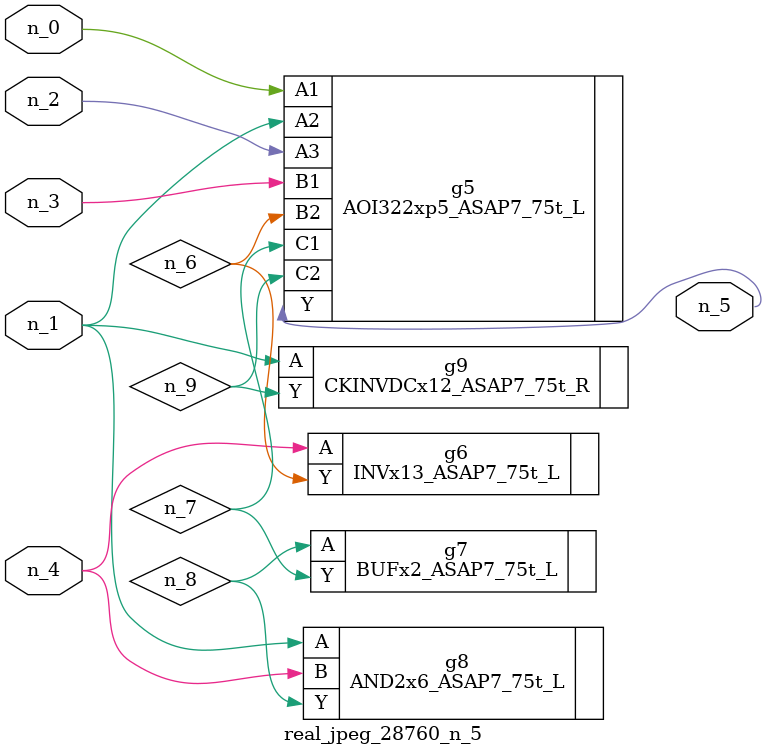
<source format=v>
module real_jpeg_28760_n_5 (n_4, n_0, n_1, n_2, n_3, n_5);

input n_4;
input n_0;
input n_1;
input n_2;
input n_3;

output n_5;

wire n_8;
wire n_6;
wire n_7;
wire n_9;

AOI322xp5_ASAP7_75t_L g5 ( 
.A1(n_0),
.A2(n_1),
.A3(n_2),
.B1(n_3),
.B2(n_6),
.C1(n_7),
.C2(n_9),
.Y(n_5)
);

AND2x6_ASAP7_75t_L g8 ( 
.A(n_1),
.B(n_4),
.Y(n_8)
);

CKINVDCx12_ASAP7_75t_R g9 ( 
.A(n_1),
.Y(n_9)
);

INVx13_ASAP7_75t_L g6 ( 
.A(n_4),
.Y(n_6)
);

BUFx2_ASAP7_75t_L g7 ( 
.A(n_8),
.Y(n_7)
);


endmodule
</source>
